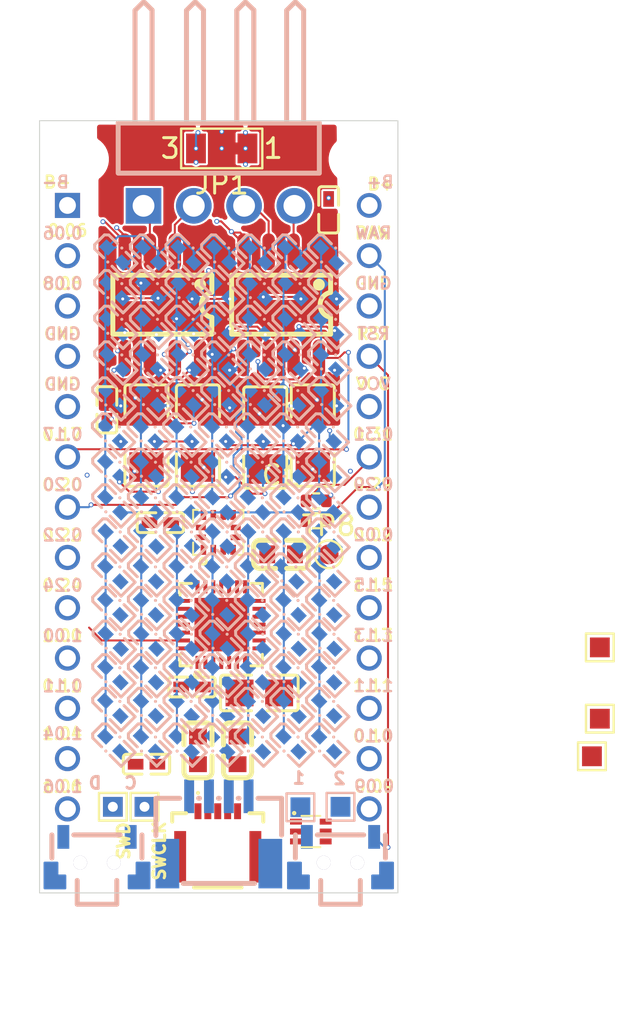
<source format=kicad_pcb>
(kicad_pcb (version 20241229) (generator "pcbnew") (generator_version "9.0")
  (layers (0 "F.Cu" signal "F.Cu.1") (4 "In1.Cu" signal "GND.2") (6 "In2.Cu" signal "PWR.3") (2 "B.Cu" signal "B.Cu.4") (13 "F.Paste" user) (15 "B.Paste" user) (5 "F.SilkS" user "F.Silkscreen") (7 "B.SilkS" user "B.Silkscreen") (1 "F.Mask" user) (3 "B.Mask" user) (25 "Edge.Cuts" user))
  (net 0 "")
  (net 13 "Net-(U1-VCC)")
  (net 27 "GND")
  (net 28 "Net-(J1-Pad3)")
  (net 29 "Net-(J1-Pad4)")
  (net 30 "Net-(J1-Pad1)")
  (net 31 "VBAT")
  (net 34 "/P0.29")
  (net 35 "/P1.13")
  (net 36 "/P1.00")
  (net 37 "/P0.22")
  (net 38 "/P0.24")
  (net 39 "/P0.13")
  (net 40 "SCL")
  (net 41 "RESET")
  (net 42 "EXT_VCC")
  (net 43 "/P1.11")
  (net 44 "/P0.02")
  (net 45 "SDA")
  (net 46 "/P1.15")
  (net 48 "Net-(U6-Aout)")
  (net 49 "Net-(U6-Bout)")
  (net 50 "Net-(U4-Aout)")
  (net 51 "Net-(U4-Bout)")
  (net 52 "BATTERY-V")
  (net 53 "MOTOR1-B")
  (net 54 "MOTOR2-A")
  (net 55 "MOTOR1-A")
  (net 56 "MOTOR2-B")
  (net 57 "TMP102_ALERT")
  (net 62 "NFC2")
  (net 63 "NFC1")
  (net 64 "Net-(C1-Pad2)")
  (net 65 "Net-(U1-IN)")
  (net 66 "MOTOR-PWR")
  (net 67 "/CA1")
  (net 68 "/CA2")
  (net 69 "/CA3")
  (net 70 "/CA4")
  (net 71 "/CA5")
  (net 72 "/CA6")
  (net 73 "/CA7")
  (net 74 "/CA8")
  (net 75 "/CA9")
  (net 76 "/CB4")
  (net 77 "/CB1")
  (net 78 "LED_INT")
  (net 79 "/CB6")
  (net 80 "/CB7")
  (net 81 "/CB9")
  (net 82 "/CB3")
  (net 83 "/CB5")
  (net 84 "/CB2")
  (net 85 "LED_SDB")
  (net 86 "/CB8")
  (footprint "easyeda2kicad:C0402" (layer "F.Cu") (at 160.102533 117.902775)
    (property "Reference" "C11" (hide yes))
    (property "Value" "CC0402KRX7R7BB104" (hide yes))
  )
  (footprint "easyeda2kicad:C0603" (layer "F.Cu") (at 162.702533 117.202775 -90)
    (property "Reference" "C13" (hide yes))
    (property "Value" "CC0603JRNPO8BN561" (hide yes))
  )
  (footprint "easyeda2kicad:SOP-8_L4.9-W3.9-P1.27-LS6.0-BL" (layer "F.Cu") (at 166.902533 94.702775 180)
    (property "Reference" "U4" (hide yes))
    (property "Value" "CP6208DTR(XBLW)" (hide yes))
  )
  (footprint "easyeda2kicad:C0402" (layer "F.Cu") (at 160.802533 105.702775)
    (property "Reference" "C10" (hide yes))
    (property "Value" "CC0402KRX7R7BB104" (hide yes))
  )
  (footprint "easyeda2kicad:SOP-8_L4.9-W3.9-P1.27-LS6.0-BL" (layer "F.Cu") (at 160.902533 94.702775 180)
    (property "Reference" "U6" (hide yes))
    (property "Value" "CP6208DTR(XBLW)" (hide yes))
  )
  (footprint "easyeda2kicad:C1206" (layer "F.Cu") (at 160.102533 101.302775 90)
    (property "Reference" "C7" (hide yes))
    (property "Value" "CL31A107MQHNNNE" (hide yes))
  )
  (footprint "Resistor_SMD:R_0402_1005Metric" (layer "F.Cu") (at 168.672533 104.602775)
    (property "Reference" "R2" (hide yes))
    (property "Value" "100K" (hide yes))
  )
  (footprint "easyeda2kicad:C1206" (layer "F.Cu") (at 162.702533 101.302775 90)
    (property "Reference" "C4" (hide yes))
    (property "Value" "CL31A107MQHNNNE" (hide yes))
  )
  (footprint "easyeda2kicad:LGA-12_L2.0-W2.0-P0.50-BL" (layer "F.Cu") (at 163.727533 106.195275)
    (property "Reference" "U2" (hide yes))
    (property "Value" "LIS2DH12TR" (hide yes))
  )
  (footprint "TestPoint:TestPoint_Pad_1.0x1.0mm" (layer "F.Cu") (at 182.602533 117.502775)
    (property "Reference" "TP3" (hide yes))
    (property "Value" "NC2" (hide yes))
  )
  (footprint "easyeda2kicad:SOT-563_L1.6-W1.2-P0.50-LS1.6-BR" (layer "F.Cu") (at 168.402533 121.302775 180)
    (property "Reference" "U5" (hide yes))
    (property "Value" "TMP102AIDRLR" (hide yes))
  )
  (footprint "easyeda2kicad:C0402" (layer "F.Cu") (at 158.102533 100.002775 90)
    (property "Reference" "C8" (hide yes))
    (property "Value" "CC0402KRX7R7BB104" (hide yes))
  )
  (footprint "TestPoint:TestPoint_Pad_1.0x1.0mm" (layer "F.Cu") (at 183.002533 112.002775)
    (property "Reference" "TP4" (hide yes))
    (property "Value" "NC3" (hide yes))
  )
  (footprint "easyeda2kicad:C0402" (layer "F.Cu") (at 169.302533 89.902775 -90)
    (property "Reference" "C9" (hide yes))
    (property "Value" "CC0402KRX7R7BB104" (hide yes))
  )
  (footprint "TestPoint:TestPoint_Pad_D1.0mm" (layer "F.Cu") (at 169.302533 107.302775)
    (property "Reference" "TP8")
    (property "Value" "AUDIO-IN")
  )
  (footprint "Jumper:SolderJumper-3_P1.3mm_Bridged12_Pad1.0x1.5mm_NumberLabels" (layer "F.Cu") (at 163.902533 86.802775 180)
    (property "Reference" "JP1")
    (property "Value" "Jumper_3_Bridged12")
  )
  (footprint "easyeda2kicad:C1206" (layer "F.Cu") (at 166.102533 101.402775 90)
    (property "Reference" "C6" (hide yes))
    (property "Value" "CL31A107MQHNNNE" (hide yes))
  )
  (footprint "Resistor_SMD:R_0402_1005Metric" (layer "F.Cu") (at 168.672533 105.602775 180)
    (property "Reference" "R1" (hide yes))
    (property "Value" "100K" (hide yes))
  )
  (footprint "easyeda2kicad:C0805" (layer "F.Cu") (at 165.802533 114.302775 180)
    (property "Reference" "C2" (hide yes))
    (property "Value" "CL21A106KAYNNNE" (hide yes))
  )
  (footprint "easyeda2kicad:C0603" (layer "F.Cu") (at 164.702533 117.202775 -90)
    (property "Reference" "C14" (hide yes))
    (property "Value" "CC0603JRNPO8BN561" (hide yes))
  )
  (footprint "nrfmicro:pro_micro" (layer "F.Cu") (at 163.7313 106.1903)
    (property "Reference" "U3" (hide yes))
    (property "Value" "Tenstar nRF52840" (hide yes))
  )
  (footprint "easyeda2kicad:512810598" (layer "F.Cu") (at 163.702533 122.202775)
    (property "Reference" "J1" (hide yes))
    (property "Value" "51281-0598" (hide yes))
  )
  (footprint "TestPoint:TestPoint_THTPad_1.0x1.0mm_Drill0.5mm" (layer "F.Cu") (at 158.402533 120.052775)
    (property "Reference" "TP7" (hide yes))
    (property "Value" "SWDIO" (hide yes))
  )
  (footprint "easyeda2kicad:C0603" (layer "F.Cu") (at 166.902533 107.302775)
    (property "Reference" "C1")
    (property "Value" "CL10B224KA8NNNC")
  )
  (footprint "TestPoint:TestPoint_Pad_1.0x1.0mm" (layer "F.Cu") (at 183.002533 115.602775)
    (property "Reference" "TP1" (hide yes))
    (property "Value" "NC1" (hide yes))
  )
  (footprint "easyeda2kicad:C0402" (layer "F.Cu") (at 162.402533 114.002775)
    (property "Reference" "C12" (hide yes))
    (property "Value" "CC0402KRX7R7BB104" (hide yes))
  )
  (footprint "easyeda2kicad:QFN-28_L4.0-W4.0-P0.40-BL-EP" (layer "F.Cu") (at 163.877533 110.852775)
    (property "Reference" "U1" (hide yes))
    (property "Value" "IS31FL3731-QFLS2-TR" (hide yes))
  )
  (footprint "easyeda2kicad:C1206" (layer "F.Cu") (at 168.502533 101.302775 90)
    (property "Reference" "C5" (hide yes))
    (property "Value" "CL31A107MQHNNNE" (hide yes))
  )
  (footprint "TestPoint:TestPoint_THTPad_1.0x1.0mm_Drill0.5mm" (layer "F.Cu") (at 160.002533 120.052775)
    (property "Reference" "TP6" (hide yes))
    (property "Value" "SWCLK" (hide yes))
  )
  (footprint "easyeda2kicad:LED0402-RD" (layer "B.Cu") (at 158.384371 101.220937 -45)
    (property "Reference" "LEDC1-R6" (hide yes))
    (property "Value" "F.0402.00003/P2-0402R1TS2-045T-001" (hide yes))
  )
  (footprint "easyeda2kicad:LED0402-RD" (layer "B.Cu") (at 160.202533 113.384613 -45)
    (property "Reference" "LEDC2-R13" (hide yes))
    (property "Value" "F.0402.00003/P2-0402R1TS2-045T-001" (hide yes))
  )
  (footprint "easyeda2kicad:LED0402-RD" (layer "B.Cu") (at 163.902533 92.184613 -45)
    (property "Reference" "LEDC4-R1" (hide yes))
    (property "Value" "F.0402.00003/P2-0402R1TS2-045T-001" (hide yes))
  )
  (footprint "easyeda2kicad:LED0402-RD" (layer "B.Cu") (at 160.302533 95.784613 -45)
    (property "Reference" "LEDC2-R3" (hide yes))
    (property "Value" "F.0402.00003/P2-0402R1TS2-045T-001" (hide yes))
  )
  (footprint "easyeda2kicad:LED0402-RD" (layer "B.Cu") (at 165.702533 99.384613 -45)
    (property "Reference" "LEDC5-R5" (hide yes))
    (property "Value" "F.0402.00003/P2-0402R1TS2-045T-001" (hide yes))
  )
  (footprint "easyeda2kicad:LED0402-RD" (layer "B.Cu") (at 169.302533 99.384613 -45)
    (property "Reference" "LEDC7-R5" (hide yes))
    (property "Value" "F.0402.00003/P2-0402R1TS2-045T-001" (hide yes))
  )
  (footprint "easyeda2kicad:LED0402-RD" (layer "B.Cu") (at 158.402532 116.884613 -45)
    (property "Reference" "LEDC1-R15" (hide yes))
    (property "Value" "F.0402.00003/P2-0402R1TS2-045T-001" (hide yes))
  )
  (footprint "easyeda2kicad:LED0402-RD" (layer "B.Cu") (at 158.402533 103.002775 -45)
    (property "Reference" "LEDC1-R7" (hide yes))
    (property "Value" "F.0402.00003/P2-0402R1TS2-045T-001" (hide yes))
  )
  (footprint "easyeda2kicad:LED0402-RD" (layer "B.Cu") (at 167.402533 115.084613 -45)
    (property "Reference" "LEDC6-R14" (hide yes))
    (property "Value" "F.0402.00003/P2-0402R1TS2-045T-001" (hide yes))
  )
  (footprint "easyeda2kicad:LED0402-RD" (layer "B.Cu") (at 162.102533 97.584613 -45)
    (property "Reference" "LEDC3-R4" (hide yes))
    (property "Value" "F.0402.00003/P2-0402R1TS2-045T-001" (hide yes))
  )
  (footprint "easyeda2kicad:LED0402-RD" (layer "B.Cu") (at 158.419726 106.527074 -45)
    (property "Reference" "LEDC1-R9" (hide yes))
    (property "Value" "F.0402.00003/P2-0402R1TS2-045T-001" (hide yes))
  )
  (footprint "easyeda2kicad:LED0402-RD" (layer "B.Cu") (at 165.619726 111.690751 -45)
    (property "Reference" "LEDC5-R12" (hide yes))
    (property "Value" "F.0402.00003/P2-0402R1TS2-045T-001" (hide yes))
  )
  (footprint "easyeda2kicad:LED0402-RD" (layer "B.Cu") (at 163.819726 111.690752 -45)
    (property "Reference" "LEDC4-R12" (hide yes))
    (property "Value" "F.0402.00003/P2-0402R1TS2-045T-001" (hide yes))
  )
  (footprint "easyeda2kicad:LED0402-RD" (layer "B.Cu") (at 158.402533 115.084613 -45)
    (property "Reference" "LEDC1-R14" (hide yes))
    (property "Value" "F.0402.00003/P2-0402R1TS2-045T-001" (hide yes))
  )
  (footprint "easyeda2kicad:LED0402-RD" (layer "B.Cu") (at 160.219726 111.690751 -45)
    (property "Reference" "LEDC2-R12" (hide yes))
    (property "Value" "F.0402.00003/P2-0402R1TS2-045T-001" (hide yes))
  )
  (footprint "easyeda2kicad:LED0402-RD" (layer "B.Cu") (at 165.602533 103.002775 -45)
    (property "Reference" "LEDC5-R7" (hide yes))
    (property "Value" "F.0402.00003/P2-0402R1TS2-045T-001" (hide yes))
  )
  (footprint "easyeda2kicad:LED0402-RD" (layer "B.Cu") (at 162.002533 103.002775 -45)
    (property "Reference" "LEDC3-R7" (hide yes))
    (property "Value" "F.0402.00003/P2-0402R1TS2-045T-001" (hide yes))
  )
  (footprint "easyeda2kicad:LED0402-RD" (layer "B.Cu") (at 169.302533 97.584613 -45)
    (property "Reference" "LEDC7-R4" (hide yes))
    (property "Value" "F.0402.00003/P2-0402R1TS2-045T-001" (hide yes))
  )
  (footprint "easyeda2kicad:LED0402-RD" (layer "B.Cu") (at 167.402533 109.984613 -45)
    (property "Reference" "LEDC6-R11" (hide yes))
    (property "Value" "F.0402.00003/P2-0402R1TS2-045T-001" (hide yes))
  )
  (footprint "easyeda2kicad:LED0402-RD" (layer "B.Cu") (at 169.202533 103.002775 -45)
    (property "Reference" "LEDC7-R7" (hide yes))
    (property "Value" "F.0402.00003/P2-0402R1TS2-045T-001" (hide yes))
  )
  (footprint "easyeda2kicad:LED0402-RD" (layer "B.Cu") (at 160.202534 116.884613 -45)
    (property "Reference" "LEDC2-R15" (hide yes))
    (property "Value" "F.0402.00003/P2-0402R1TS2-045T-001" (hide yes))
  )
  (footprint "easyeda2kicad:LED0402-RD" (layer "B.Cu") (at 169.202534 108.291612 -45)
    (property "Reference" "LEDC7-R10" (hide yes))
    (property "Value" "F.0402.00003/P2-0402R1TS2-045T-001" (hide yes))
  )
  (footprint "easyeda2kicad:LED0402-RD" (layer "B.Cu") (at 163.902533 95.784613 -45)
    (property "Reference" "LEDC4-R3" (hide yes))
    (property "Value" "F.0402.00003/P2-0402R1TS2-045T-001" (hide yes))
  )
  (footprint "easyeda2kicad:LED0402-RD" (layer "B.Cu") (at 167.402532 116.884613 -45)
    (property "Reference" "LEDC6-R15" (hide yes))
    (property "Value" "F.0402.00003/P2-0402R1TS2-045T-001" (hide yes))
  )
  (footprint "easyeda2kicad:LED0402-RD" (layer "B.Cu") (at 169.302533 93.984614 -45)
    (property "Reference" "LEDC7-R2" (hide yes))
    (property "Value" "F.0402.00003/P2-0402R1TS2-045T-001" (hide yes))
  )
  (footprint "easyeda2kicad:LED0402-RD" (layer "B.Cu") (at 162.102533 95.784613 -45)
    (property "Reference" "LEDC3-R3" (hide yes))
    (property "Value" "F.0402.00003/P2-0402R1TS2-045T-001" (hide yes))
  )
  (footprint "easyeda2kicad:LED0402-RD" (layer "B.Cu") (at 165.602533 113.384613 -45)
    (property "Reference" "LEDC5-R13" (hide yes))
    (property "Value" "F.0402.00003/P2-0402R1TS2-045T-001" (hide yes))
  )
  (footprint "easyeda2kicad:LED0402-RD" (layer "B.Cu") (at 169.302534 92.184613 -45)
    (property "Reference" "LEDC7-R1" (hide yes))
    (property "Value" "F.0402.00003/P2-0402R1TS2-045T-001" (hide yes))
  )
  (footprint "easyeda2kicad:LED0402-RD" (layer "B.Cu") (at 162.019726 106.527074 -45)
    (property "Reference" "LEDC3-R9" (hide yes))
    (property "Value" "F.0402.00003/P2-0402R1TS2-045T-001" (hide yes))
  )
  (footprint "easyeda2kicad:LED0402-RD" (layer "B.Cu") (at 160.302534 92.184613 -45)
    (property "Reference" "LEDC2-R1" (hide yes))
    (property "Value" "F.0402.00003/P2-0402R1TS2-045T-001" (hide yes))
  )
  (footprint "easyeda2kicad:LED0402-RD" (layer "B.Cu") (at 169.202533 115.084613 -45)
    (property "Reference" "LEDC7-R14" (hide yes))
    (property "Value" "F.0402.00003/P2-0402R1TS2-045T-001" (hide yes))
  )
  (footprint "easyeda2kicad:LED0402-RD" (layer "B.Cu") (at 163.802533 108.291612 -45)
    (property "Reference" "LEDC4-R10" (hide yes))
    (property "Value" "F.0402.00003/P2-0402R1TS2-045T-001" (hide yes))
  )
  (footprint "easyeda2kicad:LED0402-RD" (layer "B.Cu") (at 169.202533 104.802775 -45)
    (property "Reference" "LEDC7-R8" (hide yes))
    (property "Value" "F.0402.00003/P2-0402R1TS2-045T-001" (hide yes))
  )
  (footprint "easyeda2kicad:LED0402-RD" (layer "B.Cu") (at 161.984371 101.220937 -45)
    (property "Reference" "LEDC3-R6" (hide yes))
    (property "Value" "F.0402.00003/P2-0402R1TS2-045T-001" (hide yes))
  )
  (footprint "easyeda2kicad:LED0402-RD" (layer "B.Cu") (at 160.219726 106.527074 -45)
    (property "Reference" "LEDC2-R9" (hide yes))
    (property "Value" "F.0402.00003/P2-0402R1TS2-045T-001" (hide yes))
  )
  (footprint "easyeda2kicad:LED0402-RD" (layer "B.Cu") (at 169.202533 109.984613 -45)
    (property "Reference" "LEDC7-R11" (hide yes))
    (property "Value" "F.0402.00003/P2-0402R1TS2-045T-001" (hide yes))
  )
  (footprint "easyeda2kicad:LED0402-RD" (layer "B.Cu") (at 162.002533 104.802775 -45)
    (property "Reference" "LEDC3-R8" (hide yes))
    (property "Value" "F.0402.00003/P2-0402R1TS2-045T-001" (hide yes))
  )
  (footprint "easyeda2kicad:LED0402-RD" (layer "B.Cu") (at 163.802533 116.884613 -45)
    (property "Reference" "LEDC4-R15" (hide yes))
    (property "Value" "F.0402.00003/P2-0402R1TS2-045T-001" (hide yes))
  )
  (footprint "easyeda2kicad:LED0402-RD" (layer "B.Cu") (at 165.702533 93.984613 -45)
    (property "Reference" "LEDC5-R2" (hide yes))
    (property "Value" "F.0402.00003/P2-0402R1TS2-045T-001" (hide yes))
  )
  (footprint "easyeda2kicad:LED0402-RD" (layer "B.Cu") (at 162.019726 111.690751 -45)
    (property "Reference" "LEDC3-R12" (hide yes))
    (property "Value" "F.0402.00003/P2-0402R1TS2-045T-001" (hide yes))
  )
  (footprint "easyeda2kicad:LED0402-RD" (layer "B.Cu") (at 167.502532 92.184613 -45)
    (property "Reference" "LEDC6-R1" (hide yes))
    (property "Value" "F.0402.00003/P2-0402R1TS2-045T-001" (hide yes))
  )
  (footprint "easyeda2kicad:LED0402-RD" (layer "B.Cu") (at 158.502533 97.584613 -45)
    (property "Reference" "LEDC1-R4" (hide yes))
    (property "Value" "F.0402.00003/P2-0402R1TS2-045T-001" (hide yes))
  )
  (footprint "easyeda2kicad:LED0402-RD" (layer "B.Cu") (at 158.402533 113.384613 -45)
    (property "Reference" "LEDC1-R13" (hide yes))
    (property "Value" "F.0402.00003/P2-0402R1TS2-045T-001" (hide yes))
  )
  (footprint "easyeda2kicad:LED0402-RD" (layer "B.Cu") (at 160.302533 99.384613 -45)
    (property "Reference" "LEDC2-R5" (hide yes))
    (property "Value" "F.0402.00003/P2-0402R1TS2-045T-001" (hide yes))
  )
  (footprint "easyeda2kicad:LED0402-RD" (layer "B.Cu") (at 160.202533 103.002775 -45)
    (property "Reference" "LEDC2-R7" (hide yes))
    (property "Value" "F.0402.00003/P2-0402R1TS2-045T-001" (hide yes))
  )
  (footprint "easyeda2kicad:LED0402-RD" (layer "B.Cu") (at 165.602533 115.084613 -45)
    (property "Reference" "LEDC5-R14" (hide yes))
    (property "Value" "F.0402.00003/P2-0402R1TS2-045T-001" (hide yes))
  )
  (footprint "easyeda2kicad:LED0402-RD" (layer "B.Cu") (at 165.584371 101.220937 -45)
    (property "Reference" "LEDC5-R6" (hide yes))
    (property "Value" "F.0402.00003/P2-0402R1TS2-045T-001" (hide yes))
  )
  (footprint "easyeda2kicad:LED0402-RD" (layer "B.Cu") (at 160.202533 104.802775 -45)
    (property "Reference" "LEDC2-R8" (hide yes))
    (property "Value" "F.0402.00003/P2-0402R1TS2-045T-001" (hide yes))
  )
  (footprint "easyeda2kicad:LED0402-RD" (layer "B.Cu") (at 167.419726 106.527074 -45)
    (property "Reference" "LEDC6-R9" (hide yes))
    (property "Value" "F.0402.00003/P2-0402R1TS2-045T-001" (hide yes))
  )
  (footprint "easyeda2kicad:LED0402-RD" (layer "B.Cu") (at 162.002533 115.084613 -45)
    (property "Reference" "LEDC3-R14" (hide yes))
    (property "Value" "F.0402.00003/P2-0402R1TS2-045T-001" (hide yes))
  )
  (footprint "easyeda2kicad:LED0402-RD" (layer "B.Cu") (at 169.302533 95.784613 -45)
    (property "Reference" "LEDC7-R3" (hide yes))
    (property "Value" "F.0402.00003/P2-0402R1TS2-045T-001" (hide yes))
  )
  (footprint "easyeda2kicad:LED0402-RD" (layer "B.Cu") (at 167.402533 103.002775 -45)
    (property "Reference" "LEDC6-R7" (hide yes))
    (property "Value" "F.0402.00003/P2-0402R1TS2-045T-001" (hide yes))
  )
  (footprint "easyeda2kicad:LED0402-RD" (layer "B.Cu") (at 162.002533 116.884613 -45)
    (property "Reference" "LEDC3-R15" (hide yes))
    (property "Value" "F.0402.00003/P2-0402R1TS2-045T-001" (hide yes))
  )
  (footprint "easyeda2kicad:LED0402-RD" (layer "B.Cu") (at 158.402532 108.291612 -45)
    (property "Reference" "LEDC1-R10" (hide yes))
    (property "Value" "F.0402.00003/P2-0402R1TS2-045T-001" (hide yes))
  )
  (footprint "easyeda2kicad:LED0402-RD" (layer "B.Cu") (at 162.102533 93.984613 -45)
    (property "Reference" "LEDC3-R2" (hide yes))
    (property "Value" "F.0402.00003/P2-0402R1TS2-045T-001" (hide yes))
  )
  (footprint "easyeda2kicad:LED0402-RD" (layer "B.Cu") (at 167.502533 95.784613 -45)
    (property "Reference" "LEDC6-R3" (hide yes))
    (property "Value" "F.0402.00003/P2-0402R1TS2-045T-001" (hide yes))
  )
  (footprint "easyeda2kicad:LED0402-RD" (layer "B.Cu") (at 162.002533 113.384613 -45)
    (property "Reference" "LEDC3-R13" (hide yes))
    (property "Value" "F.0402.00003/P2-0402R1TS2-045T-001" (hide yes))
  )
  (footprint "easyeda2kicad:LED0402-RD" (layer "B.Cu") (at 163.902533 97.584614 -45)
    (property "Reference" "LEDC4-R4" (hide yes))
    (property "Value" "F.0402.00003/P2-0402R1TS2-045T-001" (hide yes))
  )
  (footprint "easyeda2kicad:LED0402-RD" (layer "B.Cu") (at 163.902533 93.984613 -45)
    (property "Reference" "LEDC4-R2" (hide yes))
    (property "Value" "F.0402.00003/P2-0402R1TS2-045T-001" (hide yes))
  )
  (footprint "easyeda2kicad:LED0402-RD" (layer "B.Cu") (at 160.302533 93.984614 -45)
    (property "Reference" "LEDC2-R2" (hide yes))
    (property "Value" "F.0402.00003/P2-0402R1TS2-045T-001" (hide yes))
  )
  (footprint "easyeda2kicad:LED0402-RD" (layer "B.Cu") (at 162.102533 92.184613 -45)
    (property "Reference" "LEDC3-R1" (hide yes))
    (property "Value" "F.0402.00003/P2-0402R1TS2-045T-001" (hide yes))
  )
  (footprint "easyeda2kicad:LED0402-RD" (layer "B.Cu") (at 163.802532 113.384613 -45)
    (property "Reference" "LEDC4-R13" (hide yes))
    (property "Value" "F.0402.00003/P2-0402R1TS2-045T-001" (hide yes))
  )
  (footprint "easyeda2kicad:LED0402-RD" (layer "B.Cu") (at 160.202534 108.291612 -45)
    (property "Reference" "LEDC2-R10" (hide yes))
    (property "Value" "F.0402.00003/P2-0402R1TS2-045T-001" (hide yes))
  )
  (footprint "TestPoint:TestPoint_Pad_1.0x1.0mm" (layer "B.Cu") (at 167.877533 120.077775 180)
    (property "Reference" "TP2" (hide yes))
    (property "Value" "NFC1" (hide yes))
  )
  (footprint "TestPoint:TestPoint_Pad_1.0x1.0mm" (layer "B.Cu") (at 169.902533 120.052775 180)
    (property "Reference" "TP5" (hide yes))
    (property "Value" "NFC2" (hide yes))
  )
  (footprint "easyeda2kicad:LED0402-RD" (layer "B.Cu") (at 163.802533 104.802774 -45)
    (property "Reference" "LEDC4-R8" (hide yes))
    (property "Value" "F.0402.00003/P2-0402R1TS2-045T-001" (hide yes))
  )
  (footprint "easyeda2kicad:LED0402-RD" (layer "B.Cu") (at 163.802533 115.084613 -45)
    (property "Reference" "LEDC4-R14" (hide yes))
    (property "Value" "F.0402.00003/P2-0402R1TS2-045T-001" (hide yes))
  )
  (footprint "easyeda2kicad:LED0402-RD" (layer "B.Cu") (at 162.102533 99.384613 -45)
    (property "Reference" "LEDC3-R5" (hide yes))
    (property "Value" "F.0402.00003/P2-0402R1TS2-045T-001" (hide yes))
  )
  (footprint "easyeda2kicad:LED0402-RD" (layer "B.Cu") (at 163.802533 103.002776 -45)
    (property "Reference" "LEDC4-R7" (hide yes))
    (property "Value" "F.0402.00003/P2-0402R1TS2-045T-001" (hide yes))
  )
  (footprint "MountingHole:MountingHole_2.1mm" (layer "B.Cu") (at 170.502533 87.350276)
    (property "Reference" "H1" (hide yes))
    (property "Value" "MountingHole" (hide yes))
  )
  (footprint "easyeda2kicad:LED0402-RD" (layer "B.Cu") (at 169.219726 106.527074 -45)
    (property "Reference" "LEDC7-R9" (hide yes))
    (property "Value" "F.0402.00003/P2-0402R1TS2-045T-001" (hide yes))
  )
  (footprint "easyeda2kicad:LED0402-RD" (layer "B.Cu") (at 163.902533 99.384613 -45)
    (property "Reference" "LEDC4-R5" (hide yes))
    (property "Value" "F.0402.00003/P2-0402R1TS2-045T-001" (hide yes))
  )
  (footprint "easyeda2kicad:LED0402-RD" (layer "B.Cu") (at 169.202534 116.884613 -45)
    (property "Reference" "LEDC7-R15" (hide yes))
    (property "Value" "F.0402.00003/P2-0402R1TS2-045T-001" (hide yes))
  )
  (footprint "easyeda2kicad:LED0402-RD" (layer "B.Cu") (at 160.202533 115.084613 -45)
    (property "Reference" "LEDC2-R14" (hide yes))
    (property "Value" "F.0402.00003/P2-0402R1TS2-045T-001" (hide yes))
  )
  (footprint "easyeda2kicad:LED0402-RD" (layer "B.Cu") (at 165.602533 104.802775 -45)
    (property "Reference" "LEDC5-R8" (hide yes))
    (property "Value" "F.0402.00003/P2-0402R1TS2-045T-001" (hide yes))
  )
  (footprint "easyeda2kicad:LED0402-RD" (layer "B.Cu") (at 167.38437 101.220937 -45)
    (property "Reference" "LEDC6-R6" (hide yes))
    (property "Value" "F.0402.00003/P2-0402R1TS2-045T-001" (hide yes))
  )
  (footprint "easyeda2kicad:LED0402-RD" (layer "B.Cu") (at 162.002533 108.291612 -45)
    (property "Reference" "LEDC3-R10" (hide yes))
    (property "Value" "F.0402.00003/P2-0402R1TS2-045T-001" (hide yes))
  )
  (footprint "easyeda2kicad:LED0402-RD" (layer "B.Cu") (at 158.502533 93.984614 -45)
    (property "Reference" "LEDC1-R2" (hide yes))
    (property "Value" "F.0402.00003/P2-0402R1TS2-045T-001" (hide yes))
  )
  (footprint "easyeda2kicad:SW-SMD_TS24CA" (layer "B.Cu") (at 169.902533 122.552775)
    (property "Reference" "SW2" (hide yes))
    (property "Value" "TS24CA" (hide yes))
  )
  (footprint "easyeda2kicad:LED0402-RD" (layer "B.Cu") (at 158.402533 99.402775 -45)
    (property "Reference" "LEDC1-R5" (hide yes))
    (property "Value" "F.0402.00003/P2-0402R1TS2-045T-001" (hide yes))
  )
  (footprint "easyeda2kicad:LED0402-RD" (layer "B.Cu") (at 167.419726 111.690751 -45)
    (property "Reference" "LEDC6-R12" (hide yes))
    (property "Value" "F.0402.00003/P2-0402R1TS2-045T-001" (hide yes))
  )
  (footprint "easyeda2kicad:LED0402-RD" (layer "B.Cu") (at 158.502533 95.784613 -45)
    (property "Reference" "LEDC1-R3" (hide yes))
    (property "Value" "F.0402.00003/P2-0402R1TS2-045T-001" (hide yes))
  )
  (footprint "easyeda2kicad:LED0402-RD" (layer "B.Cu") (at 160.184371 101.220937 -45)
    (property "Reference" "LEDC2-R6" (hide yes))
    (property "Value" "F.0402.00003/P2-0402R1TS2-045T-001" (hide yes))
  )
  (footprint "MountingHole:MountingHole_2.1mm" (layer "B.Cu") (at 157.002534 87.350276)
    (property "Reference" "H2" (hide yes))
    (property "Value" "MountingHole" (hide yes))
  )
  (footprint "easyeda2kicad:LED0402-RD" (layer "B.Cu") (at 158.402533 109.984613 -45)
    (property "Reference" "LEDC1-R11" (hide yes))
    (property "Value" "F.0402.00003/P2-0402R1TS2-045T-001" (hide yes))
  )
  (footprint "easyeda2kicad:LED0402-RD" (layer "B.Cu") (at 169.219726 111.690751 -45)
    (property "Reference" "LEDC7-R12" (hide yes))
    (property "Value" "F.0402.00003/P2-0402R1TS2-045T-001" (hide yes))
  )
  (footprint "easyeda2kicad:LED0402-RD" (layer "B.Cu") (at 163.802533 109.984613 -45)
    (property "Reference" "LEDC4-R11" (hide yes))
    (property "Value" "F.0402.00003/P2-0402R1TS2-045T-001" (hide yes))
  )
  (footprint "easyeda2kicad:LED0402-RD" (layer "B.Cu") (at 165.619726 106.527074 -45)
    (property "Reference" "LEDC5-R9" (hide yes))
    (property "Value" "F.0402.00003/P2-0402R1TS2-045T-001" (hide yes))
  )
  (footprint "easyeda2kicad:LED0402-RD" (layer "B.Cu") (at 165.602533 108.291612 -45)
    (property "Reference" "LEDC5-R10" (hide yes))
    (property "Value" "F.0402.00003/P2-0402R1TS2-045T-001" (hide yes))
  )
  (footprint "easyeda2kicad:LED0402-RD" (layer "B.Cu") (at 162.002533 109.984613 -45)
    (property "Reference" "LEDC3-R11" (hide yes))
    (property "Value" "F.0402.00003/P2-0402R1TS2-045T-001" (hide yes))
  )
  (footprint "easyeda2kicad:LED0402-RD" (layer "B.Cu") (at 160.302533 97.584613 -45)
    (property "Reference" "LEDC2-R4" (hide yes))
    (property "Value" "F.0402.00003/P2-0402R1TS2-045T-001" (hide yes))
  )
  (footprint "easyeda2kicad:LED0402-RD" (layer "B.Cu") (at 167.392533 99.384613 -45)
    (property "Reference" "LEDC6-R5" (hide yes))
    (property "Value" "F.0402.00003/P2-0402R1TS2-045T-001" (hide yes))
  )
  (footprint "easyeda2kicad:LED0402-RD" (layer "B.Cu") (at 158.402533 104.802775 -45)
    (property "Reference" "LEDC1-R8" (hide yes))
    (property "Value" "F.0402.00003/P2-0402R1TS2-045T-001" (hide yes))
  )
  (footprint "easyeda2kicad:LED0402-RD" (layer "B.Cu") (at 158.419726 111.690751 -45)
    (property "Reference" "LEDC1-R12" (hide yes))
    (property "Value" "F.0402.00003/P2-0402R1TS2-045T-001" (hide yes))
  )
  (footprint "easyeda2kicad:LED0402-RD" (layer "B.Cu") (at 167.292533 108.291612 -45)
    (property "Reference" "LEDC6-R10" (hide yes))
    (property "Value" "F.0402.00003/P2-0402R1TS2-045T-001" (hide yes))
  )
  (footprint "easyeda2kicad:HDR-TH_4P-P2.54-H-M-W10.4" (layer "B.Cu") (at 163.762534 89.700276)
    (property "Reference" "H3" (hide yes))
    (property "Value" "PZ254R-11-04P" (hide yes))
  )
  (footprint "easyeda2kicad:LED0402-RD" (layer "B.Cu") (at 167.402533 104.802775 -45)
    (property "Reference" "LEDC6-R8" (hide yes))
    (property "Value" "F.0402.00003/P2-0402R1TS2-045T-001" (hide yes))
  )
  (footprint "easyeda2kicad:LED0402-RD" (layer "B.Cu") (at 160.202533 109.984613 -45)
    (property "Reference" "LEDC2-R11" (hide yes))
    (property "Value" "F.0402.00003/P2-0402R1TS2-045T-001" (hide yes))
  )
  (footprint "easyeda2kicad:LED0402-RD" (layer "B.Cu") (at 167.502533 97.584613 -45)
    (property "Reference" "LEDC6-R4" (hide yes))
    (property "Value" "F.0402.00003/P2-0402R1TS2-045T-001" (hide yes))
  )
  (footprint "easyeda2kicad:LED0402-RD" (layer "B.Cu") (at 163.784371 101.220937 -45)
    (property "Reference" "LEDC4-R6" (hide yes))
    (property "Value" "F.0402.00003/P2-0402R1TS2-045T-001" (hide yes))
  )
  (footprint "easyeda2kicad:LED0402-RD" (layer "B.Cu") (at 169.202533 113.384613 -45)
    (property "Reference" "LEDC7-R13" (hide yes))
    (property "Value" "F.0402.00003/P2-0402R1TS2-045T-001" (hide yes))
  )
  (footprint "easyeda2kicad:LED0402-RD" (layer "B.Cu") (at 163.819726 106.527074 -45)
    (property "Reference" "LEDC4-R9" (hide yes))
    (property "Value" "F.0402.00003/P2-0402R1TS2-045T-001" (hide yes))
  )
  (footprint "easyeda2kicad:LED0402-RD" (layer "B.Cu") (at 167.502533 93.984614 -45)
    (property "Reference" "LEDC6-R2" (hide yes))
    (property "Value" "F.0402.00003/P2-0402R1TS2-045T-001" (hide yes))
  )
  (footprint "easyeda2kicad:LED0402-RD" (layer "B.Cu") (at 165.702533 97.584613 -45)
    (property "Reference" "LEDC5-R4" (hide yes))
    (property "Value" "F.0402.00003/P2-0402R1TS2-045T-001" (hide yes))
  )
  (footprint "easyeda2kicad:LED0402-RD" (layer "B.Cu") (at 169.184371 101.220937 -45)
    (property "Reference" "LEDC7-R6" (hide yes))
    (property "Value" "F.0402.00003/P2-0402R1TS2-045T-001" (hide yes))
  )
  (footprint "easyeda2kicad:SW-SMD_TS24CA" (layer "B.Cu") (at 157.602533 122.552775)
    (property "Reference" "SW1" (hide yes))
    (property "Value" "TS24CA" (hide yes))
  )
  (footprint "easyeda2kicad:LED0402-RD" (layer "B.Cu") (at 167.402533 113.384613 -45)
    (property "Reference" "LEDC6-R13" (hide yes))
    (property "Value" "F.0402.00003/P2-0402R1TS2-045T-001" (hide yes))
  )
  (footprint "easyeda2kicad:LED0402-RD" (layer "B.Cu") (at 165.602533 116.884613 -45)
    (property "Reference" "LEDC5-R15" (hide yes))
    (property "Value" "F.0402.00003/P2-0402R1TS2-045T-001" (hide yes))
  )
  (footprint "easyeda2kicad:CONN-SMD_4P-P1.00_MEGASTAR_ZX-SH1.0-4PWT" (layer "B.Cu") (at 163.757533 121.222775 180)
    (property "Reference" "P6" (hide yes))
    (property "Value" "ZX-SH1.0-4PWT" (hide yes))
  )
  (footprint "easyeda2kicad:LED0402-RD" (layer "B.Cu") (at 165.702533 95.784613 -45)
    (property "Reference" "LEDC5-R3" (hide yes))
    (property "Value" "F.0402.00003/P2-0402R1TS2-045T-001" (hide yes))
  )
  (footprint "easyeda2kicad:LED0402-RD" (layer "B.Cu") (at 165.702533 92.184613 -45)
    (property "Reference" "LEDC5-R1" (hide yes))
    (property "Value" "F.0402.00003/P2-0402R1TS2-045T-001" (hide yes))
  )
  (footprint "easyeda2kicad:LED0402-RD" (layer "B.Cu") (at 165.602533 109.984613 -45)
    (property "Reference" "LEDC5-R11" (hide yes))
    (property "Value" "F.0402.00003/P2-0402R1TS2-045T-001" (hide yes))
  )
  (footprint "easyeda2kicad:LED0402-RD" (layer "B.Cu") (at 158.502532 92.184613 -45)
    (property "Reference" "LEDC1-R1" (hide yes))
    (property "Value" "F.0402.00003/P2-0402R1TS2-045T-001" (hide yes))
  )
  (gr_line (start 172.802533 85.402775) (end 154.7 85.4) (stroke (width 0.05)) (layer "Edge.Cuts"))
  (gr_line (start 172.802362 124.399922) (end 172.802533 85.402775) (stroke (width 0.05)) (layer "Edge.Cuts"))
  (gr_line (start 154.702533 124.402775) (end 172.8 124.4) (stroke (width 0.05)) (layer "Edge.Cuts"))
  (gr_line (start 154.7 85.4) (end 154.7 124.4) (stroke (width 0.05)) (layer "Edge.Cuts"))
  (gr_text "SWD" (at 159.302533 120.752775 90) (layer "F.SilkS") (effects (font (size 0.6 0.6)) (justify right bottom)))
  (gr_text "SWCLK" (at 161.102533 123.852775 90) (layer "F.SilkS") (effects (font (size 0.6 0.6)) (justify left bottom)))
  (gr_text "2" (at 170.227533 118.977775 0) (layer "B.SilkS") (effects (font (size 0.6 0.6)) (justify left bottom mirror)))
  (gr_text "1" (at 168.177533 118.952775 0) (layer "B.SilkS") (effects (font (size 0.6 0.6)) (justify left bottom mirror)))
  (gr_text "D" (at 157.902533 119.202775 0) (layer "B.SilkS") (effects (font (size 0.6 0.6)) (justify left bottom mirror)))
  (gr_text "C" (at 159.702533 119.202775 0) (layer "B.SilkS") (effects (font (size 0.6 0.6)) (justify left bottom mirror)))
  (segment (start 164.472932 91.051276) (end 164.832847 91.051276) (width 0.1016) (layer "F.Cu") (net 27))
  (segment (start 169.182532 104.541695) (end 169.412437 104.31179) (width 0.1016) (layer "F.Cu") (net 27))
  (segment (start 158.002533 90.502775) (end 157.902533 90.502775) (width 0.1016) (layer "F.Cu") (net 27))
  (segment (start 164.832847 91.051276) (end 165.002533 91.220962) (width 0.1016) (layer "F.Cu") (net 27))
  (segment (start 165.002533 91.610498) (end 165.002533 92.022775) (width 0.1016) (layer "F.Cu") (net 27))
  (segment (start 166.102533 102.992775) (end 166.202533 102.992775) (width 0.1016) (layer "F.Cu") (net 27))
  (segment (start 166.202533 102.992775) (end 166.248683 102.946625) (width 0.1016) (layer "F.Cu") (net 27))
  (segment (start 169.302533 89.352775) (end 169.302533 89.302775) (width 0.1016) (layer "F.Cu") (net 27))
  (segment (start 159.712533 102.892775) (end 159.502533 103.102775) (width 0.1016) (layer "F.Cu") (net 27))
  (segment (start 164.423173 91.001517) (end 164.472932 91.051276) (width 0.1016) (layer "F.Cu") (net 27))
  (segment (start 162.990233 102.892775) (end 163.001383 102.903925) (width 0.1016) (layer "F.Cu") (net 27))
  (segment (start 160.102533 102.892775) (end 159.712533 102.892775) (width 0.1016) (layer "F.Cu") (net 27))
  (segment (start 158.248095 100.552775) (end 158.333302 100.467568) (width 0.1016) (layer "F.Cu") (net 27))
  (segment (start 167.532533 97.382775) (end 167.532533 97.020874) (width 0.1016) (layer "F.Cu") (net 27))
  (segment (start 161.532533 97.382775) (end 161.938874 97.382775) (width 0.1016) (layer "F.Cu") (net 27))
  (segment (start 163.877145 90.48511) (end 165.002533 91.610498) (width 0.1016) (layer "F.Cu") (net 27))
  (segment (start 165.002533 91.220962) (end 165.002533 92.022775) (width 0.1016) (layer "F.Cu") (net 27))
  (segment (start 161.532533 97.382775) (end 161.182533 97.382775) (width 0.1016) (layer "F.Cu") (net 27))
  (segment (start 164.392138 91.001517) (end 164.423173 91.001517) (width 0.1016) (layer "F.Cu") (net 27))
  (segment (start 161.182533 97.382775) (end 161.002533 97.202775) (width 0.1016) (layer "F.Cu") (net 27))
  (segment (start 159.002533 92.022775) (end 159.002533 91.502775) (width 0.1016) (layer "F.Cu") (net 27))
  (segment (start 159.002533 91.502775) (end 158.002533 90.502775) (width 0.1016) (layer "F.Cu") (net 27))
  (segment (start 158.596572 90.805458) (end 159.002533 91.211419) (width 0.1016) (layer "F.Cu") (net 27))
  (segment (start 167.532533 97.020874) (end 167.586813 96.966594) (width 0.1016) (layer "F.Cu") (net 27))
  (segment (start 158.102533 100.552775) (end 158.248095 100.552775) (width 0.1016) (layer "F.Cu") (net 27))
  (segment (start 163.651859 90.48511) (end 163.877145 90.48511) (width 0.1016) (layer "F.Cu") (net 27))
  (segment (start 162.702533 102.892775) (end 162.990233 102.892775) (width 0.1016) (layer "F.Cu") (net 27))
  (segment (start 168.502533 102.892775) (end 168.502533 102.992775) (width 0.1016) (layer "F.Cu") (net 27))
  (segment (start 168.502533 102.992775) (end 168.496383 102.998925) (width 0.1016) (layer "F.Cu") (net 27))
  (segment (start 161.938874 97.382775) (end 162.270934 97.050715) (width 0.1016) (layer "F.Cu") (net 27))
  (segment (start 159.002533 91.211419) (end 159.002533 91.502775) (width 0.1016) (layer "F.Cu") (net 27))
  (segment (start 169.182532 104.602775) (end 169.182532 104.541695) (width 0.1016) (layer "F.Cu") (net 27))
  (via (at 163.651859 90.48511) (size 0.25) (drill 0.15) (layers "F.Cu" "B.Cu") (net 27))
  (via (at 168.496383 102.998925) (size 0.25) (drill 0.15) (layers "F.Cu" "B.Cu") (net 27))
  (via (at 170.402533 103.102775) (size 0.25) (drill 0.15) (layers "F.Cu" "B.Cu") (net 27))
  (via (at 162.270934 97.050715) (size 0.25) (drill 0.15) (layers "F.Cu" "B.Cu") (net 27))
  (via (at 159.502533 103.102775) (size 0.25) (drill 0.15) (layers "F.Cu" "B.Cu") (net 27))
  (via (at 167.586813 96.966594) (size 0.25) (drill 0.15) (layers "F.Cu" "B.Cu") (net 27))
  (via (at 158.333302 100.467568) (size 0.25) (drill 0.15) (layers "F.Cu" "B.Cu") (net 27))
  (via (at 169.302533 89.302775) (size 0.25) (drill 0.15) (layers "F.Cu" "B.Cu") (net 27))
  (via (at 161.002533 97.202775) (size 0.25) (drill 0.15) (layers "F.Cu" "B.Cu") (net 27))
  (via (at 157.102533 103.302775) (size 0.25) (drill 0.15) (layers "F.Cu" "B.Cu") (net 27))
  (via (at 169.412437 104.31179) (size 0.25) (drill 0.15) (layers "F.Cu" "B.Cu") (net 27))
  (via (at 157.902533 90.502775) (size 0.25) (drill 0.15) (layers "F.Cu" "B.Cu") (net 27))
  (via (at 158.596572 90.805458) (size 0.25) (drill 0.15) (layers "F.Cu" "B.Cu") (net 27))
  (via (at 163.001383 102.903925) (size 0.25) (drill 0.15) (layers "F.Cu" "B.Cu") (net 27))
  (via (at 166.248683 102.946625) (size 0.25) (drill 0.15) (layers "F.Cu" "B.Cu") (net 27))
  (via (at 164.392138 91.001517) (size 0.25) (drill 0.15) (layers "F.Cu" "B.Cu") (net 27))
  (segment (start 169.182532 105.522776) (end 170.802533 103.902775) (width 0.1016) (layer "F.Cu") (net 31))
  (segment (start 170.802533 103.902775) (end 171.802533 103.902775) (width 0.1016) (layer "F.Cu") (net 31))
  (segment (start 169.182532 105.602775) (end 169.182532 105.522776) (width 0.1016) (layer "F.Cu") (net 31))
  (segment (start 165.102533 86.002775) (end 165.102533 86.802775) (width 0.1016) (layer "F.Cu") (net 31))
  (segment (start 165.102533 87.602775) (end 165.102533 86.802775) (width 0.1016) (layer "F.Cu") (net 31))
  (segment (start 165.202533 86.802775) (end 165.102533 86.802775) (width 0.1016) (layer "F.Cu") (net 31))
  (via (at 165.102533 86.002775) (size 0.25) (drill 0.15) (layers "F.Cu" "B.Cu") (net 31))
  (via (at 165.102533 86.802775) (size 0.25) (drill 0.15) (layers "F.Cu" "B.Cu") (net 31))
  (via (at 171.802533 103.902775) (size 0.25) (drill 0.15) (layers "F.Cu" "B.Cu") (net 31))
  (via (at 165.102533 87.602775) (size 0.25) (drill 0.15) (layers "F.Cu" "B.Cu") (net 31))
  (segment (start 172.1397 93.0087) (end 172.1397 103.565608) (width 0.1016) (layer "B.Cu") (net 31))
  (segment (start 172.1397 103.565608) (end 171.802533 103.902775) (width 0.1016) (layer "B.Cu") (net 31))
  (segment (start 171.3513 92.2203) (end 172.1397 93.0087) (width 0.1016) (layer "B.Cu") (net 31))
  (segment (start 171.3513 97.3003) (end 172.302533 98.251533) (width 0.1016) (layer "F.Cu") (net 41))
  (segment (start 172.302533 98.251533) (end 172.302533 122.102775) (width 0.1016) (layer "F.Cu") (net 41))
  (via (at 172.302533 122.102775) (size 0.25) (drill 0.15) (layers "F.Cu" "B.Cu") (net 41))
  (segment (start 172.302533 122.102775) (end 172.132533 122.102775) (width 0.1016) (layer "B.Cu") (net 41))
  (segment (start 172.132533 122.102775) (end 171.602533 121.572775) (width 0.1016) (layer "B.Cu") (net 41))
  (segment (start 162.602533 86.802775) (end 162.602533 86.102775) (width 0.1016) (layer "F.Cu") (net 42))
  (segment (start 162.602533 86.802775) (end 162.602533 87.502775) (width 0.1016) (layer "F.Cu") (net 42))
  (segment (start 162.602533 86.102775) (end 162.702533 86.002775) (width 0.1016) (layer "F.Cu") (net 42))
  (via (at 162.702533 86.002775) (size 0.25) (drill 0.15) (layers "F.Cu" "B.Cu") (net 42))
  (via (at 162.602533 86.802775) (size 0.25) (drill 0.15) (layers "F.Cu" "B.Cu") (net 42))
  (via (at 162.602533 87.502775) (size 0.25) (drill 0.15) (layers "F.Cu" "B.Cu") (net 42))
  (segment (start 162.602533 86.102775) (end 162.602533 86.702775) (width 0.1016) (layer "B.Cu") (net 42))
  (segment (start 162.702533 86.002775) (end 162.602533 86.102775) (width 0.1016) (layer "B.Cu") (net 42))
  (segment (start 160.272533 92.022775) (end 160.272533 90.020275) (width 0.1016) (layer "F.Cu") (net 48))
  (segment (start 160.272533 90.020275) (end 159.952534 89.700276) (width 0.1016) (layer "F.Cu") (net 48))
  (segment (start 161.532533 90.660276) (end 162.492533 89.700276) (width 0.1016) (layer "F.Cu") (net 49))
  (segment (start 161.532533 92.022775) (end 161.532533 90.660276) (width 0.1016) (layer "F.Cu") (net 49))
  (segment (start 166.272533 90.472775) (end 165.500034 89.700276) (width 0.1016) (layer "F.Cu") (net 50))
  (segment (start 166.272533 92.022775) (end 166.272533 90.472775) (width 0.1016) (layer "F.Cu") (net 50))
  (segment (start 165.500034 89.700276) (end 165.032535 89.700276) (width 0.1016) (layer "F.Cu") (net 50))
  (segment (start 167.532533 92.022775) (end 167.532533 89.740277) (width 0.1016) (layer "F.Cu") (net 51))
  (segment (start 167.532533 89.740277) (end 167.572534 89.700276) (width 0.1016) (layer "F.Cu") (net 51))
  (segment (start 171.3513 102.547726) (end 171.3513 102.3803) (width 0.1016) (layer "F.Cu") (net 52))
  (segment (start 168.162534 104.602775) (end 168.974134 103.791175) (width 0.1016) (layer "F.Cu") (net 52))
  (segment (start 168.974134 103.791175) (end 170.107851 103.791175) (width 0.1016) (layer "F.Cu") (net 52))
  (segment (start 170.107851 103.791175) (end 171.3513 102.547726) (width 0.1016) (layer "F.Cu") (net 52))
  (segment (start 158.644709 97.02449) (end 158.644709 97.024951) (width 0.1016) (layer "F.Cu") (net 53))
  (segment (start 158.644709 97.024951) (end 159.002533 97.382775) (width 0.1016) (layer "F.Cu") (net 53))
  (via (at 158.644709 97.02449) (size 0.25) (drill 0.15) (layers "F.Cu" "B.Cu") (net 53))
  (segment (start 170.202533 102.002775) (end 169.520933 102.002775) (width 0.1016) (layer "F.Cu") (net 54))
  (segment (start 169.822533 97.382775) (end 168.812533 97.382775) (width 0.1016) (layer "F.Cu") (net 54))
  (segment (start 170.302533 97.102775) (end 170.102533 97.102775) (width 0.1016) (layer "F.Cu") (net 54))
  (segment (start 156.497225 101.994375) (end 156.1113 102.3803) (width 0.1016) (layer "F.Cu") (net 54))
  (segment (start 169.520933 101.994375) (end 156.497225 101.994375) (width 0.1016) (layer "F.Cu") (net 54))
  (segment (start 169.520933 102.002775) (end 169.520933 101.994375) (width 0.1016) (layer "F.Cu") (net 54))
  (segment (start 170.102533 97.102775) (end 169.822533 97.382775) (width 0.1016) (layer "F.Cu") (net 54))
  (via (at 170.302533 97.102775) (size 0.25) (drill 0.15) (layers "F.Cu" "B.Cu") (net 54))
  (via (at 170.202533 102.002775) (size 0.25) (drill 0.15) (layers "F.Cu" "B.Cu") (net 54))
  (segment (start 170.202533 102.002775) (end 170.202533 101.635941) (width 0.1016) (layer "B.Cu") (net 54))
  (segment (start 170.202533 101.635941) (end 170.302533 101.535941) (width 0.1016) (layer "B.Cu") (net 54))
  (segment (start 170.302533 101.535941) (end 170.302533 97.102775) (width 0.1016) (layer "B.Cu") (net 54))
  (segment (start 162.202533 96.702775) (end 162.316712 96.702775) (width 0.1016) (layer "F.Cu") (net 55))
  (segment (start 162.812533 97.198596) (end 162.812533 97.382775) (width 0.1016) (layer "F.Cu") (net 55))
  (segment (start 162.316712 96.702775) (end 162.812533 97.198596) (width 0.1016) (layer "F.Cu") (net 55))
  (via (at 162.202533 96.702775) (size 0.25) (drill 0.15) (layers "F.Cu" "B.Cu") (net 55))
  (via (at 163.243295 92.966064) (size 0.25) (drill 0.15) (layers "F.Cu" "B.Cu") (net 55))
  (segment (start 162.950102 94.233404) (end 163.054964 94.338266) (width 0.1016) (layer "B.Cu") (net 55))
  (segment (start 161.940545 96.040787) (end 161.913778 96.067554) (width 0.1016) (layer "B.Cu") (net 55))
  (segment (start 162.950102 93.259257) (end 162.950102 94.233404) (width 0.1016) (layer "B.Cu") (net 55))
  (segment (start 161.913778 96.067554) (end 161.913778 96.41402) (width 0.1016) (layer "B.Cu") (net 55))
  (segment (start 163.054964 94.926368) (end 161.940545 96.040787) (width 0.1016) (layer "B.Cu") (net 55))
  (segment (start 163.243295 92.966064) (end 162.950102 93.259257) (width 0.1016) (layer "B.Cu") (net 55))
  (segment (start 163.054964 94.338266) (end 163.054964 94.926368) (width 0.1016) (layer "B.Cu") (net 55))
  (segment (start 161.913778 96.41402) (end 162.202533 96.702775) (width 0.1016) (layer "B.Cu") (net 55))
  (segment (start 164.545133 96.925375) (end 165.002533 97.382775) (width 0.1016) (layer "F.Cu") (net 56))
  (segment (start 162.002533 104.402775) (end 161.602533 104.802775) (width 0.1016) (layer "F.Cu") (net 56))
  (segment (start 164.352533 104.352775) (end 164.289132 104.416176) (width 0.1016) (layer "F.Cu") (net 56))
  (segment (start 161.602533 104.802775) (end 157.302533 104.802775) (width 0.1016) (layer "F.Cu") (net 56))
  (segment (start 164.289132 104.416176) (end 162.015934 104.416176) (width 0.1016) (layer "F.Cu") (net 56))
  (segment (start 164.502533 96.925375) (end 164.545133 96.925375) (width 0.1016) (layer "F.Cu") (net 56))
  (segment (start 162.015934 104.416176) (end 162.002533 104.402775) (width 0.1016) (layer "F.Cu") (net 56))
  (via (at 164.352533 104.352775) (size 0.25) (drill 0.15) (layers "F.Cu" "B.Cu") (net 56))
  (via (at 157.302533 104.802775) (size 0.25) (drill 0.15) (layers "F.Cu" "B.Cu") (net 56))
  (via (at 164.502533 96.925375) (size 0.25) (drill 0.15) (layers "F.Cu" "B.Cu") (net 56))
  (segment (start 164.902533 100.102775) (end 164.902533 99.183391) (width 0.1016) (layer "B.Cu") (net 56))
  (segment (start 164.63194 101.132182) (end 164.63194 100.373368) (width 0.1016) (layer "B.Cu") (net 56))
  (segment (start 164.902533 101.402775) (end 164.63194 101.132182) (width 0.1016) (layer "B.Cu") (net 56))
  (segment (start 157.185008 104.9203) (end 157.302533 104.802775) (width 0.1016) (layer "B.Cu") (net 56))
  (segment (start 164.352533 104.352775) (end 164.802533 103.902775) (width 0.1016) (layer "B.Cu") (net 56))
  (segment (start 164.502533 102.302775) (end 164.902533 101.902775) (width 0.1016) (layer "B.Cu") (net 56))
  (segment (start 164.802533 103.902775) (end 164.802533 103.202775) (width 0.1016) (layer "B.Cu") (net 56))
  (segment (start 164.902533 99.183391) (end 163.713778 97.994636) (width 0.1016) (layer "B.Cu") (net 56))
  (segment (start 163.713778 97.71413) (end 164.502533 96.925375) (width 0.1016) (layer "B.Cu") (net 56))
  (segment (start 164.502533 102.902775) (end 164.502533 102.302775) (width 0.1016) (layer "B.Cu") (net 56))
  (segment (start 164.902533 101.902775) (end 164.902533 101.402775) (width 0.1016) (layer "B.Cu") (net 56))
  (segment (start 163.713778 97.994636) (end 163.713778 97.71413) (width 0.1016) (layer "B.Cu") (net 56))
  (segment (start 164.802533 103.202775) (end 164.502533 102.902775) (width 0.1016) (layer "B.Cu") (net 56))
  (segment (start 164.63194 100.373368) (end 164.902533 100.102775) (width 0.1016) (layer "B.Cu") (net 56))
  (segment (start 156.1113 104.9203) (end 157.185008 104.9203) (width 0.1016) (layer "B.Cu") (net 56))
  (segment (start 166.102533 99.812775) (end 166.102533 99.902775) (width 0.1016) (layer "F.Cu") (net 66))
  (segment (start 163.902526 87.802768) (end 163.902533 87.802775) (width 0.1016) (layer "F.Cu") (net 66))
  (segment (start 163.902526 85.951411) (end 163.902526 86.802768) (width 0.1016) (layer "F.Cu") (net 66))
  (segment (start 159.860815 99.712775) (end 159.543295 99.395255) (width 0.1016) (layer "F.Cu") (net 66))
  (segment (start 163.902526 85.951411) (end 163.902526 87.802768) (width 0.1016) (layer "F.Cu") (net 66))
  (segment (start 166.102533 99.902775) (end 165.810464 100.194844) (width 0.1016) (layer "F.Cu") (net 66))
  (segment (start 168.502533 99.702775) (end 168.710464 99.494844) (width 0.1016) (layer "F.Cu") (net 66))
  (segment (start 168.502533 99.712775) (end 168.502533 99.702775) (width 0.1016) (layer "F.Cu") (net 66))
  (segment (start 163.902526 86.802768) (end 163.902533 86.802775) (width 0.1016) (layer "F.Cu") (net 66))
  (segment (start 166.102533 99.802775) (end 165.902533 99.602775) (width 0.1016) (layer "F.Cu") (net 66))
  (segment (start 160.102533 99.712775) (end 159.860815 99.712775) (width 0.1016) (layer "F.Cu") (net 66))
  (segment (start 162.702533 99.712775) (end 162.702533 99.702775) (width 0.1016) (layer "F.Cu") (net 66))
  (segment (start 163.902533 86.802775) (end 163.902533 87.802775) (width 0.1016) (layer "F.Cu") (net 66))
  (segment (start 162.702533 99.702775) (end 162.912764 99.492544) (width 0.1016) (layer "F.Cu") (net 66))
  (segment (start 166.102533 99.802775) (end 166.102533 99.812775) (width 0.1016) (layer "F.Cu") (net 66))
  (via (at 165.810464 100.194844) (size 0.25) (drill 0.15) (layers "F.Cu" "B.Cu") (net 66))
  (via (at 163.902533 86.802775) (size 0.25) (drill 0.15) (layers "F.Cu" "B.Cu") (net 66))
  (via (at 163.902526 85.951411) (size 0.25) (drill 0.15) (layers "F.Cu" "B.Cu") (net 66))
  (via (at 168.710464 99.494844) (size 0.25) (drill 0.15) (layers "F.Cu" "B.Cu") (net 66))
  (via (at 159.543295 99.395255) (size 0.25) (drill 0.15) (layers "F.Cu" "B.Cu") (net 66))
  (via (at 162.912764 99.492544) (size 0.25) (drill 0.15) (layers "F.Cu" "B.Cu") (net 66))
  (segment (start 167.88437 91.967673) (end 167.88437 92.566451) (width 0.1016) (layer "B.Cu") (net 67))
  (segment (start 167.88437 92.169611) (end 167.88437 92.566451) (width 0.1016) (layer "B.Cu") (net 67))
  (segment (start 166.084371 92.169608) (end 167.021797 91.232182) (width 0.1016) (layer "B.Cu") (net 67))
  (segment (start 160.684372 91.967673) (end 160.684372 92.566451) (width 0.1016) (layer "B.Cu") (net 67))
  (segment (start 161.621798 91.232182) (end 161.74888 91.232182) (width 0.1016) (layer "B.Cu") (net 67))
  (segment (start 160.684372 92.566451) (end 160.684372 92.169608) (width 0.1016) (layer "B.Cu") (net 67))
  (segment (start 166.084371 91.967673) (end 166.084371 92.566451) (width 0.1016) (layer "B.Cu") (net 67))
  (segment (start 163.54888 91.232182) (end 164.284371 91.967673) (width 0.1016) (layer "B.Cu") (net 67))
  (segment (start 166.084371 92.566451) (end 166.084371 92.169608) (width 0.1016) (layer "B.Cu") (net 67))
  (segment (start 158.120694 91.802775) (end 158.552476 91.802775) (width 0.1016) (layer "B.Cu") (net 67))
  (segment (start 168.948881 91.232182) (end 168.821799 91.232182) (width 0.1016) (layer "B.Cu") (net 67))
  (segment (start 164.284371 92.169609) (end 165.221798 91.232182) (width 0.1016) (layer "B.Cu") (net 67))
  (segment (start 165.34888 91.232182) (end 166.084371 91.967673) (width 0.1016) (layer "B.Cu") (net 67))
  (segment (start 162.484371 92.169609) (end 163.421798 91.232182) (width 0.1016) (layer "B.Cu") (net 67))
  (segment (start 158.120694 91.802775) (end 158.020695 91.902774) (width 0.1016) (layer "B.Cu") (net 67))
  (segment (start 158.691287 91.232182) (end 159.948881 91.232182) (width 0.1016) (layer "B.Cu") (net 67))
  (segment (start 167.021797 91.232182) (end 167.148879 91.232182) (width 0.1016) (layer "B.Cu") (net 67))
  (segment (start 161.74888 91.232182) (end 162.484371 91.967673) (width 0.1016) (layer "B.Cu") (net 67))
  (segment (start 159.948881 91.232182) (end 160.684372 91.967673) (width 0.1016) (layer "B.Cu") (net 67))
  (segment (start 162.484371 92.566451) (end 162.484371 92.169609) (width 0.1016) (layer "B.Cu") (net 67))
  (segment (start 169.684372 92.566451) (end 169.684372 91.967673) (width 0.1016) (layer "B.Cu") (net 67))
  (segment (start 158.120694 91.802775) (end 158.691287 91.232182) (width 0.1016) (layer "B.Cu") (net 67))
  (segment (start 169.684372 91.967673) (end 168.948881 91.232182) (width 0.1016) (layer "B.Cu") (net 67))
  (segment (start 164.284371 92.566451) (end 164.284371 92.169609) (width 0.1016) (layer "B.Cu") (net 67))
  (segment (start 168.821799 91.232182) (end 167.88437 92.169611) (width 0.1016) (layer "B.Cu") (net 67))
  (segment (start 158.020695 91.902774) (end 158.020695 104.420937) (width 0.1016) (layer "B.Cu") (net 67))
  (segment (start 162.484371 91.967673) (end 162.484371 92.566451) (width 0.1016) (layer "B.Cu") (net 67))
  (segment (start 165.221798 91.232182) (end 165.34888 91.232182) (width 0.1016) (layer "B.Cu") (net 67))
  (segment (start 160.684372 92.169608) (end 161.621798 91.232182) (width 0.1016) (layer "B.Cu") (net 67))
  (segment (start 164.284371 91.967673) (end 164.284371 92.566451) (width 0.1016) (layer "B.Cu") (net 67))
  (segment (start 163.421798 91.232182) (end 163.54888 91.232182) (width 0.1016) (layer "B.Cu") (net 67))
  (segment (start 167.148879 91.232182) (end 167.88437 91.967673) (width 0.1016) (layer "B.Cu") (net 67))
  (segment (start 166.002533 94.302775) (end 167.802533 94.302775) (width 0.1016) (layer "F.Cu") (net 68))
  (segment (start 162.402533 94.402775) (end 164.302533 94.402775) (width 0.1016) (layer "F.Cu") (net 68))
  (segment (start 167.802533 94.302775) (end 167.902533 94.402775) (width 0.1016) (layer "F.Cu") (net 68))
  (via (at 164.302533 94.402775) (size 0.25) (drill 0.15) (layers "F.Cu" "B.Cu") (net 68))
  (via (at 162.402533 94.402775) (size 0.25) (drill 0.15) (layers "F.Cu" "B.Cu") (net 68))
  (via (at 167.902533 94.402775) (size 0.25) (drill 0.15) (layers "F.Cu" "B.Cu") (net 68))
  (via (at 169.702533 94.402775) (size 0.25) (drill 0.15) (layers "F.Cu" "B.Cu") (net 68))
  (via (at 159.820695 93.602775) (size 0.25) (drill 0.15) (layers "F.Cu" "B.Cu") (net 68))
  (via (at 166.002533 94.302775) (size 0.25) (drill 0.15) (layers "F.Cu" "B.Cu") (net 68))
  (segment (start 166.066209 94.366451) (end 166.002533 94.302775) (width 0.1016) (layer "B.Cu") (net 68))
  (segment (start 159.920696 91.802775) (end 159.15702 92.566451) (width 0.1016) (layer "B.Cu") (net 68))
  (segment (start 167.884371 94.366452) (end 167.884371 94.384613) (width 0.1016) (layer "B.Cu") (net 68))
  (segment (start 159.920695 93.602776) (end 159.820696 93.602776) (width 0.1016) (layer "B.Cu") (net 68))
  (segment (start 164.284371 94.366451) (end 164.284371 94.384613) (width 0.1016) (layer "B.Cu") (net 68))
  (segment (start 162.438857 94.366451) (end 162.402533 94.402775) (width 0.1016) (layer "B.Cu") (net 68))
  (segment (start 159.820695 93.602775) (end 159.820695 104.420937) (width 0.1016) (layer "B.Cu") (net 68))
  (segment (start 159.820695 93.502776) (end 159.820695 93.602775) (width 0.1016) (layer "B.Cu") (net 68))
  (segment (start 159.820696 93.602776) (end 159.820695 93.602775) (width 0.1016) (layer "B.Cu") (net 68))
  (segment (start 169.684371 94.384613) (end 169.702533 94.402775) (width 0.1016) (layer "B.Cu") (net 68))
  (segment (start 162.484371 94.366451) (end 162.438857 94.366451) (width 0.1016) (layer "B.Cu") (net 68))
  (segment (start 166.084371 94.366451) (end 166.066209 94.366451) (width 0.1016) (layer "B.Cu") (net 68))
  (segment (start 158.88437 92.566451) (end 159.820695 93.502776) (width 0.1016) (layer "B.Cu") (net 68))
  (segment (start 164.284371 94.384613) (end 164.302533 94.402775) (width 0.1016) (layer "B.Cu") (net 68))
  (segment (start 159.15702 92.566451) (end 158.88437 92.566451) (width 0.1016) (layer "B.Cu") (net 68))
  (segment (start 169.684371 94.366452) (end 169.684371 94.384613) (width 0.1016) (layer "B.Cu") (net 68))
  (segment (start 167.884371 94.384613) (end 167.902533 94.402775) (width 0.1016) (layer "B.Cu") (net 68))
  (segment (start 158.902533 94.402775) (end 158.938856 94.366452) (width 0.1016) (layer "F.Cu") (net 69))
  (segment (start 164.302533 95.902775) (end 164.602533 95.902775) (width 0.1016) (layer "F.Cu") (net 69))
  (segment (start 164.602533 95.902775) (end 164.702533 95.802775) (width 0.1016) (layer "F.Cu") (net 69))
  (segment (start 169.402533 96.002775) (end 169.202533 95.802775) (width 0.1016) (layer "F.Cu") (net 69))
  (segment (start 169.202533 95.802775) (end 167.802533 95.802775) (width 0.1016) (layer "F.Cu") (net 69))
  (segment (start 164.702533 95.802775) (end 165.702533 95.802775) (width 0.1016) (layer "F.Cu") (net 69))
  (segment (start 165.702533 95.802775) (end 166.102533 96.202775) (width 0.1016) (layer "F.Cu") (net 69))
  (segment (start 158.938856 94.366452) (end 160.684371 94.366452) (width 0.1016) (layer "F.Cu") (net 69))
  (segment (start 169.602533 96.002775) (end 169.402533 96.002775) (width 0.1016) (layer "F.Cu") (net 69))
  (via (at 160.684371 94.366452) (size 0.25) (drill 0.15) (layers "F.Cu" "B.Cu") (net 69))
  (via (at 164.302533 95.902775) (size 0.25) (drill 0.15) (layers "F.Cu" "B.Cu") (net 69))
  (via (at 158.902533 94.402775) (size 0.25) (drill 0.15) (layers "F.Cu" "B.Cu") (net 69))
  (via (at 167.802533 95.802775) (size 0.25) (drill 0.15) (layers "F.Cu" "B.Cu") (net 69))
  (via (at 161.620695 95.402775) (size 0.25) (drill 0.15) (layers "F.Cu" "B.Cu") (net 69))
  (via (at 169.602533 96.002775) (size 0.25) (drill 0.15) (layers "F.Cu" "B.Cu") (net 69))
  (via (at 166.102533 96.202775) (size 0.25) (drill 0.15) (layers "F.Cu" "B.Cu") (net 69))
  (segment (start 161.620695 95.402775) (end 161.620695 104.420937) (width 0.1016) (layer "B.Cu") (net 69))
  (segment (start 161.720695 93.602775) (end 161.720695 91.802775) (width 0.1016) (layer "B.Cu") (net 69))
  (segment (start 164.302533 96.148289) (end 164.284371 96.166451) (width 0.1016) (layer "B.Cu") (net 69))
  (segment (start 167.866209 96.166451) (end 167.884371 96.166451) (width 0.1016) (layer "B.Cu") (net 69))
  (segment (start 166.084371 96.184613) (end 166.102533 96.202775) (width 0.1016) (layer "B.Cu") (net 69))
  (segment (start 161.720695 93.602775) (end 161.620695 93.702775) (width 0.1016) (layer "B.Cu") (net 69))
  (segment (start 167.802533 96.102775) (end 167.866209 96.166451) (width 0.1016) (layer "B.Cu") (net 69))
  (segment (start 158.884371 94.366452) (end 158.884371 94.384613) (width 0.1016) (layer "B.Cu") (net 69))
  (segment (start 167.802533 95.802775) (end 167.802533 96.102775) (width 0.1016) (layer "B.Cu") (net 69))
  (segment (start 169.602533 96.002775) (end 169.602533 96.130127) (width 0.1016) (layer "B.Cu") (net 69))
  (segment (start 169.602533 96.130127) (end 169.638857 96.166451) (width 0.1016) (layer "B.Cu") (net 69))
  (segment (start 161.620695 93.702775) (end 161.620695 95.402775) (width 0.1016) (layer "B.Cu") (net 69))
  (segment (start 164.302533 95.902775) (end 164.302533 96.148289) (width 0.1016) (layer "B.Cu") (net 69))
  (segment (start 160.684371 94.366452) (end 160.957018 94.366452) (width 0.1016) (layer "B.Cu") (net 69))
  (segment (start 158.884371 94.384613) (end 158.902533 94.402775) (width 0.1016) (layer "B.Cu") (net 69))
  (segment (start 169.638857 96.166451) (end 169.684371 96.166451) (width 0.1016) (layer "B.Cu") (net 69))
  (segment (start 166.084371 96.166451) (end 166.084371 96.184613) (width 0.1016) (layer "B.Cu") (net 69))
  (segment (start 160.957018 94.366452) (end 161.720695 93.602775) (width 0.1016) (layer "B.Cu") (net 69))
  (segment (start 161.720695 95.402775) (end 161.620695 95.402775) (width 0.1016) (layer "B.Cu") (net 69))
  (segment (start 165.731025 97.565637) (end 165.731025 98.118685) (width 0.1016) (layer "F.Cu") (net 70))
  (segment (start 167.726551 98.466175) (end 168.074133 98.118593) (width 0.1016) (layer "F.Cu") (net 70))
  (segment (start 160.638857 96.166451) (end 160.602533 96.202775) (width 0.1016) (layer "F.Cu") (net 70))
  (segment (start 162.484371 96.166451) (end 160.638857 96.166451) (width 0.1016) (layer "F.Cu") (net 70))
  (segment (start 165.730933 97.565545) (end 165.731025 97.565637) (width 0.1016) (layer "F.Cu") (net 70))
  (segment (start 166.078515 98.466175) (end 167.726551 98.466175) (width 0.1016) (layer "F.Cu") (net 70))
  (segment (start 165.731025 98.118685) (end 166.078515 98.466175) (width 0.1016) (layer "F.Cu") (net 70))
  (segment (start 168.074133 98.118593) (end 168.074133 97.902775) (width 0.1016) (layer "F.Cu") (net 70))
  (via (at 165.730933 97.565545) (size 0.25) (drill 0.15) (layers "F.Cu" "B.Cu") (net 70))
  (via (at 159.002533 96.102775) (size 0.25) (drill 0.15) (layers "F.Cu" "B.Cu") (net 70))
  (via (at 163.420695 97.202775) (size 0.25) (drill 0.15) (layers "F.Cu" "B.Cu") (net 70))
  (via (at 162.484371 96.166451) (size 0.25) (drill 0.15) (layers "F.Cu" "B.Cu") (net 70))
  (via (at 168.074133 97.902775) (size 0.25) (drill 0.15) (layers "F.Cu" "B.Cu") (net 70))
  (via (at 160.602533 96.202775) (size 0.25) (drill 0.15) (layers "F.Cu" "B.Cu") (net 70))
  (via (at 169.602533 98.002775) (size 0.25) (drill 0.15) (layers "F.Cu" "B.Cu") (net 70))
  (segment (start 163.520695 97.202776) (end 163.420696 97.202776) (width 0.1016) (layer "B.Cu") (net 70))
  (segment (start 163.420695 97.202775) (end 163.420695 104.420936) (width 0.1016) (layer "B.Cu") (net 70))
  (segment (start 165.730933 97.565545) (end 165.730933 97.925007) (width 0.1016) (layer "B.Cu") (net 70))
  (segment (start 165.772377 97.966451) (end 166.084371 97.966451) (width 0.1016) (layer "B.Cu") (net 70))
  (segment (start 158.938857 96.166451) (end 159.002533 96.102775) (width 0.1016) (layer "B.Cu") (net 70))
  (segment (start 160.684371 96.166451) (end 160.638857 96.166451) (width 0.1016) (layer "B.Cu") (net 70))
  (segment (start 162.484371 96.166451) (end 162.757019 96.166451) (width 0.1016) (layer "B.Cu") (net 70))
  (segment (start 167.884371 97.966451) (end 168.010457 97.966451) (width 0.1016) (layer "B.Cu") (net 70))
  (segment (start 158.884371 96.166451) (end 158.938857 96.166451) (width 0.1016) (layer "B.Cu") (net 70))
  (segment (start 163.420696 97.202776) (end 163.420695 97.202775) (width 0.1016) (layer "B.Cu") (net 70))
  (segment (start 163.420695 95.502775) (end 163.420695 97.202775) (width 0.1016) (layer "B.Cu") (net 70))
  (segment (start 162.757019 96.166451) (end 163.520695 95.402775) (width 0.1016) (layer "B.Cu") (net 70))
  (segment (start 163.520695 95.402775) (end 163.420695 95.502775) (width 0.1016) (layer "B.Cu") (net 70))
  (segment (start 163.520695 95.402775) (end 163.520695 91.802775) (width 0.1016) (layer "B.Cu") (net 70))
  (segment (start 160.638857 96.166451) (end 160.602533 96.202775) (width 0.1016) (layer "B.Cu") (net 70))
  (segment (start 168.010457 97.966451) (end 168.074133 97.902775) (width 0.1016) (layer "B.Cu") (net 70))
  (segment (start 165.730933 97.925007) (end 165.772377 97.966451) (width 0.1016) (layer "B.Cu") (net 70))
  (segment (start 169.638857 97.966451) (end 169.602533 98.002775) (width 0.1016) (layer "B.Cu") (net 70))
  (segment (start 169.684371 97.966451) (end 169.638857 97.966451) (width 0.1016) (layer "B.Cu") (net 70))
  (segment (start 161.809177 98.466175) (end 162.270973 98.004379) (width 0.1016) (layer "F.Cu") (net 71))
  (segment (start 161.274266 98.466175) (end 161.809177 98.466175) (width 0.1016) (layer "F.Cu") (net 71))
  (segment (start 160.814071 98.00598) (end 161.274266 98.466175) (width 0.1016) (layer "F.Cu") (net 71))
  (via (at 162.270973 98.004379) (size 0.25) (drill 0.15) (layers "F.Cu" "B.Cu") (net 71))
  (via (at 167.410931 99.802775) (size 0.25) (drill 0.15) (layers "F.Cu" "B.Cu") (net 71))
  (via (at 169.702533 99.802775) (size 0.25) (drill 0.15) (layers "F.Cu" "B.Cu") (net 71))
  (via (at 158.460975 98.004544) (size 0.25) (drill 0.15) (layers "F.Cu" "B.Cu") (net 71))
  (via (at 160.814071 98.00598) (size 0.25) (drill 0.15) (layers "F.Cu" "B.Cu") (net 71))
  (via (at 164.302533 98.002775) (size 0.25) (drill 0.15) (layers "F.Cu" "B.Cu") (net 71))
  (segment (start 169.684371 99.766451) (end 169.684371 99.784613) (width 0.1016) (layer "B.Cu") (net 71))
  (segment (start 160.684371 97.966451) (end 160.774542 97.966451) (width 0.1016) (layer "B.Cu") (net 71))
  (segment (start 164.284371 97.966452) (end 164.284371 97.984613) (width 0.1016) (layer "B.Cu") (net 71))
  (segment (start 162.308901 97.966451) (end 162.270973 98.004379) (width 0.1016) (layer "B.Cu") (net 71))
  (segment (start 167.447255 99.766451) (end 167.410931 99.802775) (width 0.1016) (layer "B.Cu") (net 71))
  (segment (start 160.774542 97.966451) (end 160.814071 98.00598) (width 0.1016) (layer "B.Cu") (net 71))
  (segment (start 165.220695 93.702775) (end 165.220695 104.420937) (width 0.1016) (layer "B.Cu") (net 71))
  (segment (start 164.520695 98.002775) (end 165.320695 97.202775) (width 0.1016) (layer "B.Cu") (net 71))
  (segment (start 162.484371 97.966451) (end 162.308901 97.966451) (width 0.1016) (layer "B.Cu") (net 71))
  (segment (start 165.320695 93.602775) (end 165.320695 91.802775) (width 0.1016) (layer "B.Cu") (net 71))
  (segment (start 164.302533 98.002775) (end 164.520695 98.002775) (width 0.1016) (layer "B.Cu") (net 71))
  (segment (start 167.774371 99.766451) (end 167.447255 99.766451) (width 0.1016) (layer "B.Cu") (net 71))
  (segment (start 158.460975 98.004544) (end 158.846278 98.004544) (width 0.1016) (layer "B.Cu") (net 71))
  (segment (start 169.684371 99.784613) (end 169.702533 99.802775) (width 0.1016) (layer "B.Cu") (net 71))
  (segment (start 165.320695 93.602775) (end 165.220695 93.702775) (width 0.1016) (layer "B.Cu") (net 71))
  (segment (start 164.284371 97.984613) (end 164.302533 98.002775) (width 0.1016) (layer "B.Cu") (net 71))
  (segment (start 158.846278 98.004544) (end 158.884371 97.966451) (width 0.1016) (layer "B.Cu") (net 71))
  (segment (start 161.194135 99.802775) (end 161.194135 100.121177) (width 0.1016) (layer "F.Cu") (net 72))
  (segment (start 161.757335 100.684377) (end 162.502533 100.684377) (width 0.1016) (layer "F.Cu") (net 72))
  (segment (start 161.194135 100.121177) (end 161.757335 100.684377) (width 0.1016) (layer "F.Cu") (net 72))
  (via (at 167.002533 100.802775) (size 0.25) (drill 0.15) (layers "F.Cu" "B.Cu") (net 72))
  (via (at 158.802533 99.802775) (size 0.25) (drill 0.15) (layers "F.Cu" "B.Cu") (net 72))
  (via (at 161.194135 99.802775) (size 0.25) (drill 0.15) (layers "F.Cu" "B.Cu") (net 72))
  (via (at 164.302533 99.902775) (size 0.25) (drill 0.15) (layers "F.Cu" "B.Cu") (net 72))
  (via (at 169.3572 101.057442) (size 0.25) (drill 0.15) (layers "F.Cu" "B.Cu") (net 72))
  (via (at 162.502533 100.684377) (size 0.25) (drill 0.15) (layers "F.Cu" "B.Cu") (net 72))
  (via (at 167.092884 98.879002) (size 0.25) (drill 0.15) (layers "F.Cu" "B.Cu") (net 72))
  (segment (start 160.684371 99.766451) (end 161.157811 99.766451) (width 0.1016) (layer "B.Cu") (net 72))
  (segment (start 162.484371 99.766451) (end 162.484371 100.666215) (width 0.1016) (layer "B.Cu") (net 72))
  (segment (start 169.3572 101.057442) (end 169.3572 101.457442) (width 0.1016) (layer "B.Cu") (net 72))
  (segment (start 167.020695 93.702776) (end 167.120695 93.602776) (width 0.1016) (layer "B.Cu") (net 72))
  (segment (start 166.848047 99.002775) (end 167.010695 99.002775) (width 0.1016) (layer "B.Cu") (net 72))
  (segment (start 169.3572 101.457442) (end 169.502533 101.602775) (width 0.1016) (layer "B.Cu") (net 72))
  (segment (start 158.784371 99.784613) (end 158.802533 99.802775) (width 0.1016) (layer "B.Cu") (net 72))
  (segment (start 169.502533 101.602775) (end 169.566209 101.602775) (width 0.1016) (layer "B.Cu") (net 72))
  (segment (start 167.020695 104.420937) (end 167.020695 93.702776) (width 0.1016) (layer "B.Cu") (net 72))
  (segment (start 167.010695 99.002775) (end 167.010695 98.961191) (width 0.1016) (layer "B.Cu") (net 72))
  (segment (start 164.284371 99.766451) (end 164.284371 99.884613) (width 0.1016) (layer "B.Cu") (net 72))
  (segment (start 167.120694 91.802775) (end 167.120695 93.602776) (width 0.1016) (layer "B.Cu") (net 72))
  (segment (start 161.157811 99.766451) (end 161.194135 99.802775) (width 0.1016) (layer "B.Cu") (net 72))
  (segment (start 167.010695 98.961191) (end 167.092884 98.879002) (width 0.1016) (layer "B.Cu") (net 72))
  (segment (start 166.084371 99.766451) (end 166.848047 99.002775) (width 0.1016) (layer "B.Cu") (net 72))
  (segment (start 164.284371 99.884613) (end 164.302533 99.902775) (width 0.1016) (layer "B.Cu") (net 72))
  (segment (start 162.484371 100.666215) (end 162.502533 100.684377) (width 0.1016) (layer "B.Cu") (net 72))
  (segment (start 164.289933 101.790175) (end 164.102533 101.602775) (width 0.1016) (layer "F.Cu") (net 73))
  (segment (start 166.002533 101.602775) (end 165.815133 101.790175) (width 0.1016) (layer "F.Cu") (net 73))
  (segment (start 167.524431 101.716975) (end 167.451231 101.790175) (width 0.1016) (layer "F.Cu") (net 73))
  (segment (start 166.189933 101.790175) (end 166.002533 101.602775) (width 0.1016) (layer "F.Cu") (net 73))
  (segment (start 162.402533 101.602775) (end 160.502533 101.602775) (width 0.1016) (layer "F.Cu") (net 73))
  (segment (start 167.451231 101.790175) (end 166.189933 101.790175) (width 0.1016) (layer "F.Cu") (net 73))
  (segment (start 161.967533 111.652775) (end 157.852533 111.652775) (width 0.1016) (layer "F.Cu") (net 73))
  (segment (start 165.815133 101.790175) (end 164.289933 101.790175) (width 0.1016) (layer "F.Cu") (net 73))
  (segment (start 157.852533 111.652775) (end 157.202533 111.002775) (width 0.1016) (layer "F.Cu") (net 73))
  (via (at 166.002533 101.602775) (size 0.25) (drill 0.15) (layers "F.Cu" "B.Cu") (net 73))
  (via (at 167.524431 101.716975) (size 0.25) (drill 0.15) (layers "F.Cu" "B.Cu") (net 73))
  (via (at 162.402533 101.602775) (size 0.25) (drill 0.15) (layers "F.Cu" "B.Cu") (net 73))
  (via (at 160.502533 101.602775) (size 0.25) (drill 0.15) (layers "F.Cu" "B.Cu") (net 73))
  (via (at 158.802533 101.602775) (size 0.25) (drill 0.15) (layers "F.Cu" "B.Cu") (net 73))
  (via (at 164.102533 101.602775) (size 0.25) (drill 0.15) (layers "F.Cu" "B.Cu") (net 73))
  (segment (start 168.920695 95.402775) (end 168.920695 97.202775) (width 0.1016) (layer "B.Cu") (net 73))
  (segment (start 168.802533 100.839099) (end 168.993452 100.64818) (width 0.1016) (layer "B.Cu") (net 73))
  (segment (start 164.166209 101.602775) (end 164.102533 101.602775) (width 0.1016) (layer "B.Cu") (net 73))
  (segment (start 168.993452 100.64818) (end 168.993452 99.075532) (width 0.1016) (layer "B.Cu") (net 73))
  (segment (start 158.766209 101.602775) (end 158.802533 101.602775) (width 0.1016) (layer "B.Cu") (net 73))
  (segment (start 168.993452 99.075532) (end 168.920695 99.002775) (width 0.1016) (layer "B.Cu") (net 73))
  (segment (start 160.566209 101.602775) (end 160.502533 101.602775) (width 0.1016) (layer "B.Cu") (net 73))
  (segment (start 167.766208 101.602775) (end 168.529884 100.839099) (width 0.1016) (layer "B.Cu") (net 73))
  (segment (start 168.529884 100.839099) (end 168.616495 100.839099) (width 0.1016) (layer "B.Cu") (net 73))
  (segment (start 167.766208 101.602775) (end 167.638631 101.602775) (width 0.1016) (layer "B.Cu") (net 73))
  (segment (start 168.820695 100.857261) (end 168.802533 100.839099) (width 0.1016) (layer "B.Cu") (net 73))
  (segment (start 168.820695 104.420937) (end 168.820695 100.857261) (width 0.1016) (layer "B.Cu") (net 73))
  (segment (start 168.920695 93.602776) (end 168.820695 93.702776) (width 0.1016) (layer "B.Cu") (net 73))
  (segment (start 168.920695 93.602776) (end 168.920695 95.402775) (width 0.1016) (layer "B.Cu") (net 73))
  (segment (start 167.638631 101.602775) (end 167.524431 101.716975) (width 0.1016) (layer "B.Cu") (net 73))
  (segment (start 162.366209 101.602775) (end 162.402533 101.602775) (width 0.1016) (layer "B.Cu") (net 73))
  (segment (start 168.920695 99.002775) (end 168.920695 97.202775) (width 0.1016) (layer "B.Cu") (net 73))
  (segment (start 168.920696 91.802775) (end 168.920696 93.398576) (width 0.1016) (layer "B.Cu") (net 73))
  (segment (start 165.966209 101.602775) (end 166.002533 101.602775) (width 0.1016) (layer "B.Cu") (net 73))
  (segment (start 165.430732 104.237774) (end 166.087611 104.237774) (width 0.1016) (layer "F.Cu") (net 74))
  (segment (start 159.232533 104.137777) (end 158.737531 103.642775) (width 0.1016) (layer "F.Cu") (net 74))
  (segment (start 160.702533 104.137777) (end 159.232533 104.137777) (width 0.1016) (layer "F.Cu") (net 74))
  (segment (start 164.595733 103.402775) (end 165.430732 104.237774) (width 0.1016) (layer "F.Cu") (net 74))
  (segment (start 164.102533 103.402775) (end 164.595733 103.402775) (width 0.1016) (layer "F.Cu") (net 74))
  (via (at 160.702533 104.137777) (size 0.25) (drill 0.15) (layers "F.Cu" "B.Cu") (net 74))
  (via (at 164.102533 103.402775) (size 0.25) (drill 0.15) (layers "F.Cu" "B.Cu") (net 74))
  (via (at 166.087611 104.237774) (size 0.25) (drill 0.15) (layers "F.Cu" "B.Cu") (net 74))
  (via (at 162.423307 104.137776) (size 0.25) (drill 0.15) (layers "F.Cu" "B.Cu") (net 74))
  (via (at 158.737531 103.642775) (size 0.25) (drill 0.15) (layers "F.Cu" "B.Cu") (net 74))
  (segment (start 162.384371 104.09884) (end 162.423307 104.137776) (width 0.1016) (layer "B.Cu") (net 74))
  (segment (start 164.120694 103.384614) (end 164.102533 103.402775) (width 0.1016) (layer "B.Cu") (net 74))
  (segment (start 158.784371 103.384613) (end 158.784371 103.595935) (width 0.1016) (layer "B.Cu") (net 74))
  (segment (start 165.984371 103.384613) (end 165.984371 104.134534) (width 0.1016) (layer "B.Cu") (net 74))
  (segment (start 165.984371 104.134534) (end 166.087611 104.237774) (width 0.1016) (layer "B.Cu") (net 74))
  (segment (start 162.384371 103.384613) (end 162.384371 104.09884) (width 0.1016) (layer "B.Cu") (net 74))
  (segment (start 160.584371 103.384613) (end 160.584371 104.019615) (width 0.1016) (layer "B.Cu") (net 74))
  (segment (start 158.784371 103.595935) (end 158.737531 103.642775) (width 0.1016) (layer "B.Cu") (net 74))
  (segment (start 164.184371 103.384614) (end 164.120694 103.384614) (width 0.1016) (layer "B.Cu") (net 74))
  (segment (start 160.584371 104.019615) (end 160.702533 104.137777) (width 0.1016) (layer "B.Cu") (net 74))
  (segment (start 167.784371 105.184613) (end 158.784371 105.184613) (width 0.1016) (layer "B.Cu") (net 75))
  (segment (start 167.784371 105.184613) (end 169.584371 105.184613) (width 0.1016) (layer "B.Cu") (net 75))
  (segment (start 163.437888 106.145236) (end 163.437888 116.485582) (width 0.1016) (layer "B.Cu") (net 76))
  (segment (start 163.437888 116.485582) (end 163.420695 116.502775) (width 0.1016) (layer "B.Cu") (net 76))
  (segment (start 158.037888 116.485581) (end 158.020694 116.502775) (width 0.1016) (layer "B.Cu") (net 77))
  (segment (start 158.037888 106.145236) (end 158.037888 116.485581) (width 0.1016) (layer "B.Cu") (net 77))
  (segment (start 167.037888 116.485581) (end 167.020694 116.502775) (width 0.1016) (layer "B.Cu") (net 79))
  (segment (start 167.037888 106.145236) (end 167.037888 116.485581) (width 0.1016) (layer "B.Cu") (net 79))
  (segment (start 168.837888 116.485583) (end 168.820696 116.502775) (width 0.1016) (layer "B.Cu") (net 80))
  (segment (start 168.837888 106.145236) (end 168.837888 116.485583) (width 0.1016) (layer "B.Cu") (net 80))
  (segment (start 161.637888 106.145236) (end 161.637888 116.485582) (width 0.1016) (layer "B.Cu") (net 82))
  (segment (start 161.637888 116.485582) (end 161.620695 116.502775) (width 0.1016) (layer "B.Cu") (net 82))
  (segment (start 165.237888 106.145236) (end 165.237888 116.485582) (width 0.1016) (layer "B.Cu") (net 83))
  (segment (start 165.237888 116.485582) (end 165.220695 116.502775) (width 0.1016) (layer "B.Cu") (net 83))
  (segment (start 159.837888 106.145236) (end 159.837888 116.485583) (width 0.1016) (layer "B.Cu") (net 84))
  (segment (start 159.837888 116.485583) (end 159.820696 116.502775) (width 0.1016) (layer "B.Cu") (net 84))
  (zone (net 66) (net_name "MOTOR-PWR") (layer "F.Cu") (priority 2) (connect_pads yes (clearance 0)) (min_thickness 0.25) (fill yes (thermal_gap 0.5) (thermal_bridge_width 0.5))
    (polygon (pts (xy 157.602533 85.402775) (xy 157.702533 100.802775) (xy 169.902533 100.802775) (xy 169.702533 85.402775) (xy 157.502533 85.402775)))
  )
  (zone (net 0) (net_name "") (layers "F.Cu" "B.Cu") (connect_pads (clearance 0)) (min_thickness 0.254)
    (keepout (tracks allowed) (vias allowed) (pads not_allowed) (copperpour not_allowed) (footprints not_allowed))
    (fill (thermal_gap 0.508) (thermal_bridge_width 0.508))
    (polygon (pts (xy 172.6213 121.4303) (xy 169.8863 121.4303) (xy 169.8863 88.4103) (xy 172.6213 88.4103)))
  )
  (zone (net 0) (net_name "") (layers "F.Cu" "B.Cu") (connect_pads (clearance 0)) (min_thickness 0.254)
    (keepout (tracks allowed) (vias allowed) (pads not_allowed) (copperpour not_allowed) (footprints not_allowed))
    (fill (thermal_gap 0.508) (thermal_bridge_width 0.508))
    (polygon (pts (xy 157.6763 121.4303) (xy 154.8413 121.4303) (xy 154.8413 88.4103) (xy 157.6763 88.4103)))
  )
)
</source>
